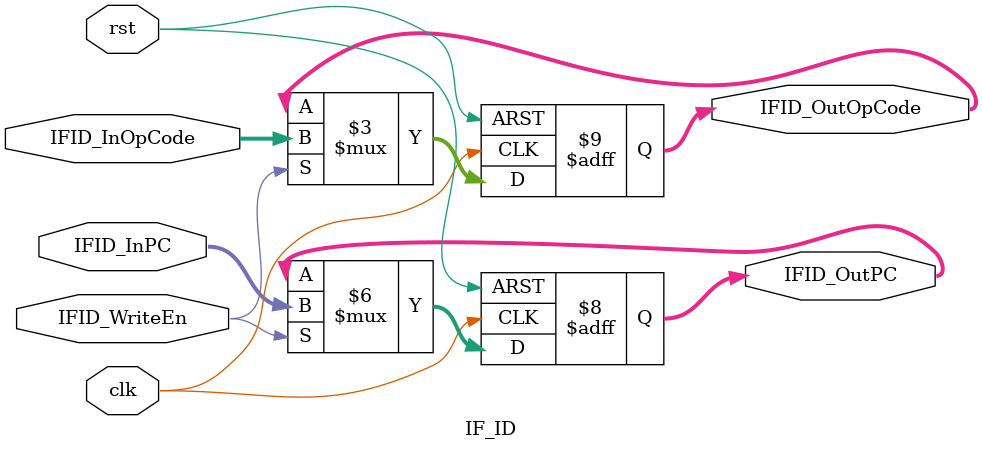
<source format=v>
module IF_ID (clk, rst, IFID_InPC, IFID_InOpCode, IFID_OutPC, IFID_OutOpCode ,IFID_WriteEn );

//input
	input				clk;
	input				rst;
	input [31:0]		IFID_InPC;
	input [31:0]		IFID_InOpCode;
	input 				IFID_WriteEn;

//output
	output reg [31:0]	IFID_OutPC;
	output reg [31:0]	IFID_OutOpCode;

	always @(posedge clk or posedge rst) begin
		if ( rst ) begin
			IFID_OutPC = 32'd0;
			IFID_OutOpCode = 32'd0;
		end	// end if
		else begin
			if ( IFID_WriteEn ) begin
				IFID_OutPC = IFID_InPC;
				IFID_OutOpCode = IFID_InOpCode;
			end	// end else if
		end	// end else
	end	// end always

endmodule

</source>
